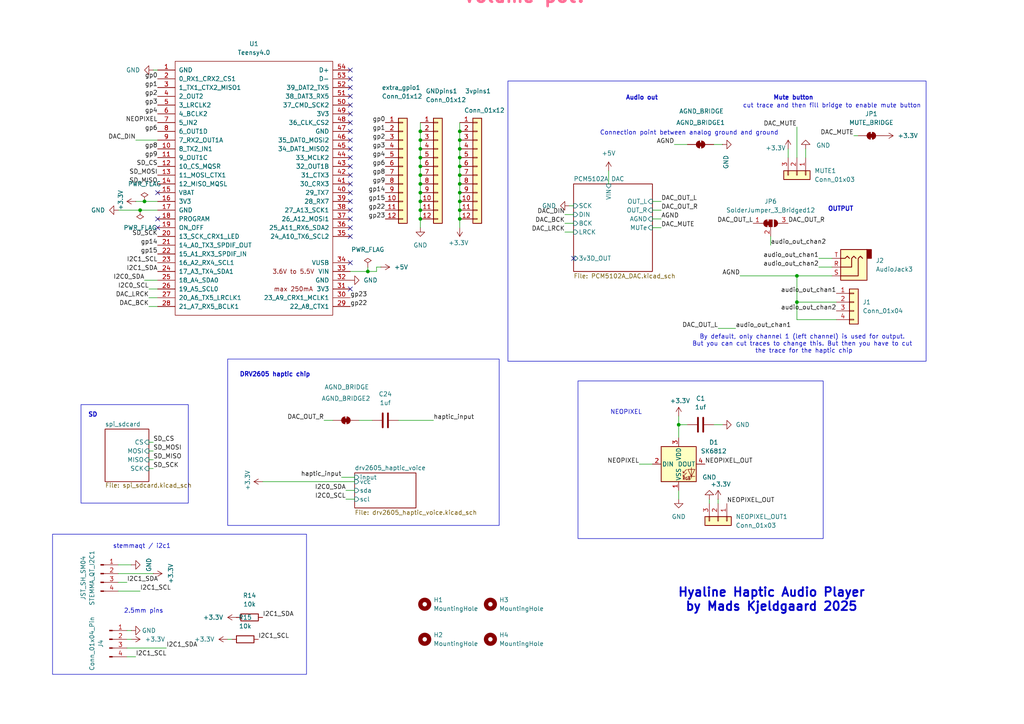
<source format=kicad_sch>
(kicad_sch (version 20231120) (generator "eeschema") (generator_version "8.0")
  (paper "A4")
  (lib_symbols
    (symbol "Connector:Conn_01x04_Pin" (pin_names (offset 1.016) hide)
      (property "Reference" "J" (at 0 5.08 0))
      (property "Value" "Conn_01x04_Pin" (at 0 -7.62 0))
      (symbol "Conn_01x04_Pin_1_1"
        (polyline (pts (xy 1.27 -5.08) (xy 0.8636 -5.08)) (stroke (width 0.1524)))
        (polyline (pts (xy 1.27 -2.54) (xy 0.8636 -2.54)) (stroke (width 0.1524)))
        (polyline (pts (xy 1.27 0) (xy 0.8636 0)) (stroke (width 0.1524)))
        (polyline (pts (xy 1.27 2.54) (xy 0.8636 2.54)) (stroke (width 0.1524)))
        (rectangle (start 0.8636 -4.953) (end 0 -5.207) (stroke (width 0.1524)) (fill (type outline)))
        (rectangle (start 0.8636 -2.413) (end 0 -2.667) (stroke (width 0.1524)) (fill (type outline)))
        (rectangle (start 0.8636 0.127) (end 0 -0.127) (stroke (width 0.1524)) (fill (type outline)))
        (rectangle (start 0.8636 2.667) (end 0 2.413) (stroke (width 0.1524)) (fill (type outline)))
        (pin passive line (at 5.08 2.54 180) (length 3.81) (name "Pin_1") (number "1"))
        (pin passive line (at 5.08 0 180) (length 3.81) (name "Pin_2") (number "2"))
        (pin passive line (at 5.08 -2.54 180) (length 3.81) (name "Pin_3") (number "3"))
        (pin passive line (at 5.08 -5.08 180) (length 3.81) (name "Pin_4") (number "4"))
      )
    )
    (symbol "Connector_Audio:AudioJack3"
      (property "Reference" "J" (at 0 8.89 0))
      (property "Value" "AudioJack3" (at 0 6.35 0))
      (symbol "AudioJack3_0_1"
        (rectangle (start -5.08 -5.08) (end -6.35 -2.54) (stroke (width 0.254)) (fill (type outline)))
        (polyline (pts (xy 0 -2.54) (xy 0.635 -3.175) (xy 1.27 -2.54) (xy 2.54 -2.54)) (stroke (width 0.254)))
        (polyline (pts (xy -1.905 -2.54) (xy -1.27 -3.175) (xy -0.635 -2.54) (xy -0.635 0) (xy 2.54 0)) (stroke (width 0.254)))
        (polyline (pts (xy 2.54 2.54) (xy -2.54 2.54) (xy -2.54 -2.54) (xy -3.175 -3.175) (xy -3.81 -2.54)) (stroke (width 0.254)))
        (rectangle (start 2.54 3.81) (end -5.08 -5.08) (stroke (width 0.254)) (fill (type background)))
      )
      (symbol "AudioJack3_1_1"
        (pin passive line (at 5.08 0 180) (length 2.54) (name "~") (number "R"))
        (pin passive line (at 5.08 2.54 180) (length 2.54) (name "~") (number "S"))
        (pin passive line (at 5.08 -2.54 180) (length 2.54) (name "~") (number "T"))
      )
    )
    (symbol "Connector_Generic:Conn_01x03" (pin_names (offset 1.016) hide)
      (property "Reference" "J" (at 0 5.08 0))
      (property "Value" "Conn_01x03" (at 0 -5.08 0))
      (symbol "Conn_01x03_1_1"
        (rectangle (start -1.27 -2.413) (end 0 -2.667) (stroke (width 0.1524)))
        (rectangle (start -1.27 0.127) (end 0 -0.127) (stroke (width 0.1524)))
        (rectangle (start -1.27 2.667) (end 0 2.413) (stroke (width 0.1524)))
        (rectangle (start -1.27 3.81) (end 1.27 -3.81) (stroke (width 0.254)) (fill (type background)))
        (pin passive line (at -5.08 2.54 0) (length 3.81) (name "Pin_1") (number "1"))
        (pin passive line (at -5.08 0 0) (length 3.81) (name "Pin_2") (number "2"))
        (pin passive line (at -5.08 -2.54 0) (length 3.81) (name "Pin_3") (number "3"))
      )
    )
    (symbol "Connector_Generic:Conn_01x12" (pin_names (offset 1.016) hide)
      (property "Reference" "J" (at 0 15.24 0))
      (property "Value" "Conn_01x12" (at 0 -17.78 0))
      (symbol "Conn_01x12_1_1"
        (rectangle (start -1.27 -15.113) (end 0 -15.367) (stroke (width 0.1524)))
        (rectangle (start -1.27 -12.573) (end 0 -12.827) (stroke (width 0.1524)))
        (rectangle (start -1.27 -10.033) (end 0 -10.287) (stroke (width 0.1524)))
        (rectangle (start -1.27 -7.493) (end 0 -7.747) (stroke (width 0.1524)))
        (rectangle (start -1.27 -4.953) (end 0 -5.207) (stroke (width 0.1524)))
        (rectangle (start -1.27 -2.413) (end 0 -2.667) (stroke (width 0.1524)))
        (rectangle (start -1.27 0.127) (end 0 -0.127) (stroke (width 0.1524)))
        (rectangle (start -1.27 2.667) (end 0 2.413) (stroke (width 0.1524)))
        (rectangle (start -1.27 5.207) (end 0 4.953) (stroke (width 0.1524)))
        (rectangle (start -1.27 7.747) (end 0 7.493) (stroke (width 0.1524)))
        (rectangle (start -1.27 10.287) (end 0 10.033) (stroke (width 0.1524)))
        (rectangle (start -1.27 12.827) (end 0 12.573) (stroke (width 0.1524)))
        (rectangle (start -1.27 13.97) (end 1.27 -16.51) (stroke (width 0.254)) (fill (type background)))
        (pin passive line (at -5.08 12.7 0) (length 3.81) (name "Pin_1") (number "1"))
        (pin passive line (at -5.08 -10.16 0) (length 3.81) (name "Pin_10") (number "10"))
        (pin passive line (at -5.08 -12.7 0) (length 3.81) (name "Pin_11") (number "11"))
        (pin passive line (at -5.08 -15.24 0) (length 3.81) (name "Pin_12") (number "12"))
        (pin passive line (at -5.08 10.16 0) (length 3.81) (name "Pin_2") (number "2"))
        (pin passive line (at -5.08 7.62 0) (length 3.81) (name "Pin_3") (number "3"))
        (pin passive line (at -5.08 5.08 0) (length 3.81) (name "Pin_4") (number "4"))
        (pin passive line (at -5.08 2.54 0) (length 3.81) (name "Pin_5") (number "5"))
        (pin passive line (at -5.08 0 0) (length 3.81) (name "Pin_6") (number "6"))
        (pin passive line (at -5.08 -2.54 0) (length 3.81) (name "Pin_7") (number "7"))
        (pin passive line (at -5.08 -5.08 0) (length 3.81) (name "Pin_8") (number "8"))
        (pin passive line (at -5.08 -7.62 0) (length 3.81) (name "Pin_9") (number "9"))
      )
    )
    (symbol "Device:C" (pin_numbers hide) (pin_names (offset 0.254))
      (property "Reference" "C" (at 0.635 2.54 0))
      (property "Value" "C" (at 0.635 -2.54 0))
      (symbol "C_0_1"
        (polyline (pts (xy -2.032 -0.762) (xy 2.032 -0.762)) (stroke (width 0.508)))
        (polyline (pts (xy -2.032 0.762) (xy 2.032 0.762)) (stroke (width 0.508)))
      )
      (symbol "C_1_1"
        (pin passive line (at 0 3.81 270) (length 2.794) (name "~") (number "1"))
        (pin passive line (at 0 -3.81 90) (length 2.794) (name "~") (number "2"))
      )
    )
    (symbol "Device:R" (pin_numbers hide) (pin_names (offset 0))
      (property "Reference" "R" (at 2.032 0 90))
      (property "Value" "R" (at 0 0 90))
      (symbol "R_0_1"
        (rectangle (start -1.016 -2.54) (end 1.016 2.54) (stroke (width 0.254)))
      )
      (symbol "R_1_1"
        (pin passive line (at 0 3.81 270) (length 1.27) (name "~") (number "1"))
        (pin passive line (at 0 -3.81 90) (length 1.27) (name "~") (number "2"))
      )
    )
    (symbol "Jumper:SolderJumper_2_Bridged" (pin_numbers hide) (pin_names (offset 0) hide) (exclude_from_sim yes) (in_bom no)
      (property "Reference" "JP" (at 0 2.032 0))
      (property "Value" "SolderJumper_2_Bridged" (at 0 -2.54 0))
      (symbol "SolderJumper_2_Bridged_0_1"
        (rectangle (start -0.508 0.508) (end 0.508 -0.508) (fill (type outline)))
        (arc (start -0.254 1.016) (mid -1.2656 0) (end -0.254 -1.016))
        (arc (start -0.254 1.016) (mid -1.2656 0) (end -0.254 -1.016) (fill (type outline)))
        (polyline (pts (xy -0.254 1.016) (xy -0.254 -1.016)))
        (polyline (pts (xy 0.254 1.016) (xy 0.254 -1.016)))
        (arc (start 0.254 -1.016) (mid 1.2656 0) (end 0.254 1.016))
        (arc (start 0.254 -1.016) (mid 1.2656 0) (end 0.254 1.016) (fill (type outline)))
      )
      (symbol "SolderJumper_2_Bridged_1_1"
        (pin passive line (at -3.81 0 0) (length 2.54) (name "A") (number "1"))
        (pin passive line (at 3.81 0 180) (length 2.54) (name "B") (number "2"))
      )
    )
    (symbol "Jumper:SolderJumper_3_Bridged12" (pin_names (offset 0) hide) (exclude_from_sim yes) (in_bom no)
      (property "Reference" "JP" (at -2.54 -2.54 0))
      (property "Value" "SolderJumper_3_Bridged12" (at 0 2.794 0))
      (symbol "SolderJumper_3_Bridged12_0_1"
        (rectangle (start -1.016 0.508) (end -0.508 -0.508) (fill (type outline)))
        (arc (start -1.016 1.016) (mid -2.0276 0) (end -1.016 -1.016))
        (arc (start -1.016 1.016) (mid -2.0276 0) (end -1.016 -1.016) (fill (type outline)))
        (rectangle (start -0.508 1.016) (end 0.508 -1.016) (fill (type outline)))
        (polyline (pts (xy -2.54 0) (xy -2.032 0)))
        (polyline (pts (xy -1.016 1.016) (xy -1.016 -1.016)))
        (polyline (pts (xy 0 -1.27) (xy 0 -1.016)))
        (polyline (pts (xy 1.016 1.016) (xy 1.016 -1.016)))
        (polyline (pts (xy 2.54 0) (xy 2.032 0)))
        (arc (start 1.016 -1.016) (mid 2.0276 0) (end 1.016 1.016))
        (arc (start 1.016 -1.016) (mid 2.0276 0) (end 1.016 1.016) (fill (type outline)))
      )
      (symbol "SolderJumper_3_Bridged12_1_1"
        (pin passive line (at -5.08 0 0) (length 2.54) (name "A") (number "1"))
        (pin passive line (at 0 -3.81 90) (length 2.54) (name "C") (number "2"))
        (pin passive line (at 5.08 0 180) (length 2.54) (name "B") (number "3"))
      )
    )
    (symbol "LED:SK6812" (pin_names (offset 0.254))
      (property "Reference" "D" (at 5.08 5.715 0))
      (property "Value" "SK6812" (at 1.27 -5.715 0))
      (symbol "SK6812_0_0"
        (text "RGB" (at 2.286 -4.191 0) (effects (font (size 0.762 0.762))))
      )
      (symbol "SK6812_0_1"
        (polyline (pts (xy 1.27 -3.556) (xy 1.778 -3.556)))
        (polyline (pts (xy 1.27 -2.54) (xy 1.778 -2.54)))
        (polyline (pts (xy 4.699 -3.556) (xy 2.667 -3.556)))
        (polyline (pts (xy 2.286 -2.54) (xy 1.27 -3.556) (xy 1.27 -3.048)))
        (polyline (pts (xy 2.286 -1.524) (xy 1.27 -2.54) (xy 1.27 -2.032)))
        (polyline (pts (xy 3.683 -1.016) (xy 3.683 -3.556) (xy 3.683 -4.064)))
        (polyline (pts (xy 4.699 -1.524) (xy 2.667 -1.524) (xy 3.683 -3.556) (xy 4.699 -1.524)))
        (rectangle (start 5.08 5.08) (end -5.08 -5.08) (stroke (width 0.254)) (fill (type background)))
      )
      (symbol "SK6812_1_1"
        (pin power_in line (at 0 -7.62 90) (length 2.54) (name "VSS") (number "1"))
        (pin input line (at -7.62 0 0) (length 2.54) (name "DIN") (number "2"))
        (pin power_in line (at 0 7.62 270) (length 2.54) (name "VDD") (number "3"))
        (pin output line (at 7.62 0 180) (length 2.54) (name "DOUT") (number "4"))
      )
    )
    (symbol "Mechanical:MountingHole" (pin_names (offset 1.016)) (exclude_from_sim yes) (in_bom no)
      (property "Reference" "H" (at 0 5.08 0))
      (property "Value" "MountingHole" (at 0 3.175 0))
      (symbol "MountingHole_0_1"
        (circle (center 0 0) (radius 1.27) (stroke (width 1.27)))
      )
    )
    (symbol "PCM_4ms_Connector:Conn_01x03" (pin_names (offset 1.016) hide)
      (property "Reference" "J" (at 0 5.08 0))
      (property "Value" "Conn_01x03" (at 0 -5.08 0))
      (symbol "Conn_01x03_1_1"
        (rectangle (start -1.27 -2.413) (end 0 -2.667) (stroke (width 0.1524)))
        (rectangle (start -1.27 0.127) (end 0 -0.127) (stroke (width 0.1524)))
        (rectangle (start -1.27 2.667) (end 0 2.413) (stroke (width 0.1524)))
        (rectangle (start -1.27 3.81) (end 1.27 -3.81) (stroke (width 0.254)) (fill (type background)))
        (pin passive line (at -5.08 2.54 0) (length 3.81) (name "Pin_1") (number "1"))
        (pin passive line (at -5.08 0 0) (length 3.81) (name "Pin_2") (number "2"))
        (pin passive line (at -5.08 -2.54 0) (length 3.81) (name "Pin_3") (number "3"))
      )
    )
    (symbol "PCM_4ms_Connector:Conn_01x04" (pin_names (offset 1.016) hide)
      (property "Reference" "J" (at 0 5.08 0))
      (property "Value" "Conn_01x04" (at 0 -7.62 0))
      (symbol "Conn_01x04_1_1"
        (rectangle (start -1.27 -4.953) (end 0 -5.207) (stroke (width 0.1524)))
        (rectangle (start -1.27 -2.413) (end 0 -2.667) (stroke (width 0.1524)))
        (rectangle (start -1.27 0.127) (end 0 -0.127) (stroke (width 0.1524)))
        (rectangle (start -1.27 2.667) (end 0 2.413) (stroke (width 0.1524)))
        (rectangle (start -1.27 3.81) (end 1.27 -6.35) (stroke (width 0.254)) (fill (type background)))
        (pin passive line (at -5.08 2.54 0) (length 3.81) (name "Pin_1") (number "1"))
        (pin passive line (at -5.08 0 0) (length 3.81) (name "Pin_2") (number "2"))
        (pin passive line (at -5.08 -2.54 0) (length 3.81) (name "Pin_3") (number "3"))
        (pin passive line (at -5.08 -5.08 0) (length 3.81) (name "Pin_4") (number "4"))
      )
    )
    (symbol "power:+3.3V" (power) (pin_numbers hide) (pin_names (offset 0) hide)
      (property "Value" "+3.3V" (at 0 3.556 0))
      (symbol "+3.3V_0_1"
        (polyline (pts (xy -0.762 1.27) (xy 0 2.54)))
        (polyline (pts (xy 0 0) (xy 0 2.54)))
        (polyline (pts (xy 0 2.54) (xy 0.762 1.27)))
      )
      (symbol "+3.3V_1_1"
        (pin power_in line (at 0 0 90) (length 0) (name "~") (number "1"))
      )
    )
    (symbol "power:+5V" (power) (pin_numbers hide) (pin_names (offset 0) hide)
      (property "Value" "+5V" (at 0 3.556 0))
      (symbol "+5V_0_1"
        (polyline (pts (xy -0.762 1.27) (xy 0 2.54)))
        (polyline (pts (xy 0 0) (xy 0 2.54)))
        (polyline (pts (xy 0 2.54) (xy 0.762 1.27)))
      )
      (symbol "+5V_1_1"
        (pin power_in line (at 0 0 90) (length 0) (name "~") (number "1"))
      )
    )
    (symbol "power:GND" (power) (pin_numbers hide) (pin_names (offset 0) hide)
      (property "Value" "GND" (at 0 -3.81 0))
      (symbol "GND_0_1"
        (polyline (pts (xy 0 0) (xy 0 -1.27) (xy 1.27 -1.27) (xy 0 -2.54) (xy -1.27 -1.27) (xy 0 -1.27)))
      )
      (symbol "GND_1_1"
        (pin power_in line (at 0 0 270) (length 0) (name "~") (number "1"))
      )
    )
    (symbol "power:PWR_FLAG" (power) (pin_numbers hide) (pin_names (offset 0) hide)
      (property "Value" "PWR_FLAG" (at 0 3.81 0))
      (symbol "PWR_FLAG_0_0"
        (pin power_out line (at 0 0 90) (length 0) (name "~") (number "1"))
      )
      (symbol "PWR_FLAG_0_1"
        (polyline (pts (xy 0 0) (xy 0 1.27) (xy -1.016 1.905) (xy 0 2.54) (xy 1.016 1.905) (xy 0 1.27)))
      )
    )
    (symbol "teensy:Teensy4.0" (pin_names (offset 1.016))
      (property "Reference" "U" (at 0 39.37 0))
      (property "Value" "Teensy4.0" (at 0 -39.37 0))
      (symbol "Teensy4.0_0_0"
        (text "3.6V to 5.5V" (at 11.43 -24.13 0) (effects (font (size 1.27 1.27))))
        (text "max 250mA" (at 11.43 -29.21 0) (effects (font (size 1.27 1.27))))
        (pin bidirectional line (at -27.94 11.43 0) (length 5.08) (name "8_TX2_IN1") (number "10"))
        (pin bidirectional line (at -27.94 8.89 0) (length 5.08) (name "9_OUT1C") (number "11"))
        (pin bidirectional line (at -27.94 6.35 0) (length 5.08) (name "10_CS_MQSR") (number "12"))
        (pin bidirectional line (at -27.94 3.81 0) (length 5.08) (name "11_MOSI_CTX1") (number "13"))
        (pin bidirectional line (at -27.94 1.27 0) (length 5.08) (name "12_MISO_MQSL") (number "14"))
        (pin power_in line (at -27.94 -1.27 0) (length 5.08) (name "VBAT") (number "15"))
        (pin power_in line (at -27.94 -3.81 0) (length 5.08) (name "3V3") (number "16"))
        (pin power_in line (at -27.94 -6.35 0) (length 5.08) (name "GND") (number "17"))
        (pin input line (at -27.94 -8.89 0) (length 5.08) (name "PROGRAM") (number "18"))
        (pin input line (at -27.94 -11.43 0) (length 5.08) (name "ON_OFF") (number "19"))
        (pin bidirectional line (at -27.94 -13.97 0) (length 5.08) (name "13_SCK_CRX1_LED") (number "20"))
        (pin bidirectional line (at -27.94 -16.51 0) (length 5.08) (name "14_A0_TX3_SPDIF_OUT") (number "21"))
        (pin bidirectional line (at -27.94 -19.05 0) (length 5.08) (name "15_A1_RX3_SPDIF_IN") (number "22"))
        (pin bidirectional line (at -27.94 -21.59 0) (length 5.08) (name "16_A2_RX4_SCL1") (number "23"))
        (pin bidirectional line (at -27.94 -24.13 0) (length 5.08) (name "17_A3_TX4_SDA1") (number "24"))
        (pin bidirectional line (at -27.94 -26.67 0) (length 5.08) (name "18_A4_SDA0") (number "25"))
        (pin bidirectional line (at -27.94 -29.21 0) (length 5.08) (name "19_A5_SCL0") (number "26"))
        (pin bidirectional line (at -27.94 -31.75 0) (length 5.08) (name "20_A6_TX5_LRCLK1") (number "27"))
        (pin bidirectional line (at -27.94 -34.29 0) (length 5.08) (name "21_A7_RX5_BCLK1") (number "28"))
        (pin bidirectional line (at 27.94 -34.29 180) (length 5.08) (name "22_A8_CTX1") (number "29"))
        (pin bidirectional line (at 27.94 -31.75 180) (length 5.08) (name "23_A9_CRX1_MCLK1") (number "30"))
        (pin power_out line (at 27.94 -29.21 180) (length 5.08) (name "3V3") (number "31"))
        (pin power_in line (at 27.94 -26.67 180) (length 5.08) (name "GND") (number "32"))
        (pin power_in line (at 27.94 -24.13 180) (length 5.08) (name "VIN") (number "33"))
        (pin power_out line (at 27.94 -21.59 180) (length 5.08) (name "VUSB") (number "34"))
        (pin bidirectional line (at 27.94 -13.97 180) (length 5.08) (name "24_A10_TX6_SCL2") (number "35"))
        (pin bidirectional line (at 27.94 -11.43 180) (length 5.08) (name "25_A11_RX6_SDA2") (number "36"))
        (pin bidirectional line (at 27.94 -8.89 180) (length 5.08) (name "26_A12_MOSI1") (number "37"))
        (pin bidirectional line (at 27.94 -6.35 180) (length 5.08) (name "27_A13_SCK1") (number "38"))
        (pin bidirectional line (at 27.94 -3.81 180) (length 5.08) (name "28_RX7") (number "39"))
        (pin bidirectional line (at 27.94 -1.27 180) (length 5.08) (name "29_TX7") (number "40"))
        (pin bidirectional line (at 27.94 1.27 180) (length 5.08) (name "30_CRX3") (number "41"))
        (pin bidirectional line (at 27.94 3.81 180) (length 5.08) (name "31_CTX3") (number "42"))
        (pin bidirectional line (at 27.94 6.35 180) (length 5.08) (name "32_OUT1B") (number "43"))
        (pin bidirectional line (at 27.94 8.89 180) (length 5.08) (name "33_MCLK2") (number "44"))
        (pin bidirectional line (at 27.94 11.43 180) (length 5.08) (name "34_DAT1_MISO2") (number "45"))
        (pin bidirectional line (at 27.94 13.97 180) (length 5.08) (name "35_DAT0_MOSI2") (number "46"))
        (pin power_out line (at 27.94 16.51 180) (length 5.08) (name "GND") (number "47"))
        (pin bidirectional line (at 27.94 19.05 180) (length 5.08) (name "36_CLK_CS2") (number "48"))
        (pin power_out line (at 27.94 21.59 180) (length 5.08) (name "3V3") (number "49"))
        (pin bidirectional line (at -27.94 24.13 0) (length 5.08) (name "3_LRCLK2") (number "5"))
        (pin bidirectional line (at 27.94 24.13 180) (length 5.08) (name "37_CMD_SCK2") (number "50"))
        (pin bidirectional line (at 27.94 26.67 180) (length 5.08) (name "38_DAT3_RX5") (number "51"))
        (pin bidirectional line (at 27.94 29.21 180) (length 5.08) (name "39_DAT2_TX5") (number "52"))
        (pin bidirectional line (at 27.94 31.75 180) (length 5.08) (name "D-") (number "53"))
        (pin bidirectional line (at 27.94 34.29 180) (length 5.08) (name "D+") (number "54"))
        (pin bidirectional line (at -27.94 21.59 0) (length 5.08) (name "4_BCLK2") (number "6"))
        (pin bidirectional line (at -27.94 19.05 0) (length 5.08) (name "5_IN2") (number "7"))
        (pin bidirectional line (at -27.94 16.51 0) (length 5.08) (name "6_OUT1D") (number "8"))
        (pin bidirectional line (at -27.94 13.97 0) (length 5.08) (name "7_RX2_OUT1A") (number "9"))
      )
      (symbol "Teensy4.0_0_1"
        (rectangle (start -22.86 36.83) (end 22.86 -36.83))
        (rectangle (start -20.32 -31.75) (end -20.32 -31.75))
      )
      (symbol "Teensy4.0_1_1"
        (pin power_in line (at -27.94 34.29 0) (length 5.08) (name "GND") (number "1"))
        (pin bidirectional line (at -27.94 31.75 0) (length 5.08) (name "0_RX1_CRX2_CS1") (number "2"))
        (pin bidirectional line (at -27.94 29.21 0) (length 5.08) (name "1_TX1_CTX2_MISO1") (number "3"))
        (pin bidirectional line (at -27.94 26.67 0) (length 5.08) (name "2_OUT2") (number "4"))
      )
    )
  )
  (junction (at 231.14 80.01))
  (junction (at 121.92 40.64))
  (junction (at 133.35 63.5))
  (junction (at 231.14 87.63))
  (junction (at 106.68 78.74))
  (junction (at 133.35 38.1))
  (junction (at 133.35 45.72))
  (junction (at 133.35 43.18))
  (junction (at 121.92 53.34))
  (junction (at 121.92 45.72))
  (junction (at 41.91 58.42))
  (junction (at 121.92 55.88))
  (junction (at 121.92 43.18))
  (junction (at 133.35 58.42))
  (junction (at 121.92 38.1))
  (junction (at 133.35 50.8))
  (junction (at 40.64 60.96))
  (junction (at 133.35 60.96))
  (junction (at 133.35 55.88))
  (junction (at 133.35 40.64))
  (junction (at 121.92 48.26))
  (junction (at 133.35 48.26))
  (junction (at 121.92 58.42))
  (junction (at 196.85 123.19))
  (junction (at 121.92 63.5))
  (junction (at 133.35 53.34))
  (junction (at 121.92 60.96))
  (junction (at 121.92 50.8))
  (no_connect (at 101.6 53.34))
  (no_connect (at 101.6 43.18))
  (no_connect (at 101.6 50.8))
  (no_connect (at 101.6 66.04))
  (no_connect (at 101.6 20.32))
  (no_connect (at 101.6 40.64))
  (no_connect (at 45.72 55.88))
  (no_connect (at 45.72 63.5))
  (no_connect (at 101.6 25.4))
  (no_connect (at 101.6 30.48))
  (no_connect (at 101.6 58.42))
  (no_connect (at 101.6 33.02))
  (no_connect (at 101.6 60.96))
  (no_connect (at 166.37 74.93))
  (no_connect (at 101.6 22.86))
  (no_connect (at 101.6 35.56))
  (no_connect (at 101.6 76.2))
  (no_connect (at 45.72 66.04))
  (no_connect (at 101.6 48.26))
  (no_connect (at 101.6 63.5))
  (no_connect (at 101.6 38.1))
  (no_connect (at 101.6 55.88))
  (no_connect (at 101.6 68.58))
  (no_connect (at 101.6 45.72))
  (no_connect (at 101.6 83.82))
  (no_connect (at 101.6 27.94))
  (wire (pts (xy 228.6 45.72) (xy 228.6 43.18)))
  (wire (pts (xy 133.35 35.56) (xy 133.35 38.1)))
  (wire (pts (xy 133.35 40.64) (xy 133.35 43.18)))
  (wire (pts (xy 231.14 80.01) (xy 241.3 80.01)))
  (wire (pts (xy 191.77 66.04) (xy 189.23 66.04)))
  (wire (pts (xy 195.58 41.91) (xy 199.39 41.91)))
  (wire (pts (xy 121.92 60.96) (xy 121.92 63.5)))
  (wire (pts (xy 166.37 67.31) (xy 163.83 67.31)))
  (wire (pts (xy 191.77 58.42) (xy 189.23 58.42)))
  (wire (pts (xy 36.83 168.91) (xy 34.29 168.91)))
  (wire (pts (xy 44.45 20.32) (xy 45.72 20.32)))
  (wire (pts (xy 133.35 48.26) (xy 133.35 50.8)))
  (wire (pts (xy 196.85 120.65) (xy 196.85 123.19)))
  (wire (pts (xy 185.42 134.62) (xy 189.23 134.62)))
  (wire (pts (xy 43.18 130.81) (xy 44.45 130.81)))
  (wire (pts (xy 207.01 123.19) (xy 209.55 123.19)))
  (wire (pts (xy 104.14 121.92) (xy 107.95 121.92)))
  (wire (pts (xy 43.18 135.89) (xy 44.45 135.89)))
  (wire (pts (xy 121.92 38.1) (xy 121.92 40.64)))
  (wire (pts (xy 191.77 60.96) (xy 189.23 60.96)))
  (wire (pts (xy 176.53 53.34) (xy 176.53 49.53)))
  (wire (pts (xy 43.18 83.82) (xy 45.72 83.82)))
  (wire (pts (xy 110.49 77.47) (xy 109.22 77.47)))
  (wire (pts (xy 208.28 95.25) (xy 213.36 95.25)))
  (wire (pts (xy 121.92 66.04) (xy 121.92 63.5)))
  (wire (pts (xy 231.14 80.01) (xy 231.14 87.63)))
  (wire (pts (xy 196.85 142.24) (xy 196.85 144.78)))
  (wire (pts (xy 99.06 138.43) (xy 102.87 138.43)))
  (wire (pts (xy 133.35 38.1) (xy 133.35 40.64)))
  (wire (pts (xy 38.1 182.88) (xy 36.83 182.88)))
  (wire (pts (xy 38.1 163.83) (xy 34.29 163.83)))
  (wire (pts (xy 207.01 41.91) (xy 209.55 41.91)))
  (wire (pts (xy 48.26 187.96) (xy 36.83 187.96)))
  (wire (pts (xy 121.92 58.42) (xy 121.92 60.96)))
  (wire (pts (xy 133.35 43.18) (xy 133.35 45.72)))
  (wire (pts (xy 223.52 71.12) (xy 223.52 68.58)))
  (wire (pts (xy 166.37 64.77) (xy 163.83 64.77)))
  (wire (pts (xy 237.49 74.93) (xy 241.3 74.93)))
  (wire (pts (xy 106.68 77.47) (xy 106.68 78.74)))
  (wire (pts (xy 205.74 144.78) (xy 205.74 146.05)))
  (wire (pts (xy 76.2 139.7) (xy 102.87 139.7)))
  (wire (pts (xy 39.37 58.42) (xy 41.91 58.42)))
  (wire (pts (xy 133.35 66.04) (xy 133.35 63.5)))
  (wire (pts (xy 196.85 123.19) (xy 196.85 127)))
  (wire (pts (xy 133.35 53.34) (xy 133.35 55.88)))
  (wire (pts (xy 121.92 55.88) (xy 121.92 58.42)))
  (wire (pts (xy 39.37 40.64) (xy 45.72 40.64)))
  (wire (pts (xy 100.33 142.24) (xy 102.87 142.24)))
  (wire (pts (xy 237.49 77.47) (xy 241.3 77.47)))
  (wire (pts (xy 133.35 45.72) (xy 133.35 48.26)))
  (wire (pts (xy 133.35 55.88) (xy 133.35 58.42)))
  (wire (pts (xy 231.14 92.71) (xy 242.57 92.71)))
  (wire (pts (xy 231.14 87.63) (xy 242.57 87.63)))
  (wire (pts (xy 121.92 48.26) (xy 121.92 50.8)))
  (wire (pts (xy 93.98 121.92) (xy 96.52 121.92)))
  (wire (pts (xy 44.45 166.37) (xy 34.29 166.37)))
  (wire (pts (xy 100.33 144.78) (xy 102.87 144.78)))
  (wire (pts (xy 66.04 185.42) (xy 67.31 185.42)))
  (wire (pts (xy 41.91 81.28) (xy 45.72 81.28)))
  (wire (pts (xy 43.18 88.9) (xy 45.72 88.9)))
  (wire (pts (xy 191.77 63.5) (xy 189.23 63.5)))
  (wire (pts (xy 231.14 36.83) (xy 231.14 45.72)))
  (wire (pts (xy 247.65 39.37) (xy 248.92 39.37)))
  (wire (pts (xy 166.37 62.23) (xy 163.83 62.23)))
  (wire (pts (xy 115.57 121.92) (xy 125.73 121.92)))
  (wire (pts (xy 121.92 40.64) (xy 121.92 43.18)))
  (wire (pts (xy 43.18 133.35) (xy 44.45 133.35)))
  (wire (pts (xy 41.91 58.42) (xy 45.72 58.42)))
  (wire (pts (xy 43.18 128.27) (xy 44.45 128.27)))
  (wire (pts (xy 231.14 87.63) (xy 231.14 92.71)))
  (wire (pts (xy 166.37 59.69) (xy 165.1 59.69)))
  (wire (pts (xy 40.64 60.96) (xy 45.72 60.96)))
  (wire (pts (xy 106.68 78.74) (xy 101.6 78.74)))
  (wire (pts (xy 121.92 50.8) (xy 121.92 53.34)))
  (wire (pts (xy 109.22 78.74) (xy 106.68 78.74)))
  (wire (pts (xy 233.68 45.72) (xy 233.68 43.18)))
  (wire (pts (xy 109.22 77.47) (xy 109.22 78.74)))
  (wire (pts (xy 133.35 60.96) (xy 133.35 63.5)))
  (wire (pts (xy 121.92 35.56) (xy 121.92 38.1)))
  (wire (pts (xy 208.28 144.78) (xy 208.28 146.05)))
  (wire (pts (xy 43.18 86.36) (xy 45.72 86.36)))
  (wire (pts (xy 39.37 190.5) (xy 36.83 190.5)))
  (wire (pts (xy 121.92 53.34) (xy 121.92 55.88)))
  (wire (pts (xy 38.1 185.42) (xy 36.83 185.42)))
  (wire (pts (xy 40.64 171.45) (xy 34.29 171.45)))
  (wire (pts (xy 196.85 123.19) (xy 199.39 123.19)))
  (wire (pts (xy 121.92 45.72) (xy 121.92 48.26)))
  (wire (pts (xy 133.35 50.8) (xy 133.35 53.34)))
  (wire (pts (xy 133.35 58.42) (xy 133.35 60.96)))
  (wire (pts (xy 121.92 43.18) (xy 121.92 45.72)))
  (wire (pts (xy 214.63 80.01) (xy 231.14 80.01)))
  (wire (pts (xy 34.29 60.96) (xy 40.64 60.96)))
  (rectangle (start 167.64 110.49) (end 238.76 156.21))
  (rectangle (start 23.495 117.348) (end 54.61 145.923))
  (rectangle (start 147.32 23.495) (end 268.605 104.775))
  (rectangle (start 15.24 154.94) (end 88.9 195.58))
  (rectangle (start 66.04 104.14) (end 144.78 152.4))
  (text "Connection point between analog ground and ground" (at 199.898 38.608 0) (effects (font (size 1.27 1.27))))
  (text "TODO:\n- Buttons / UI? \n- Volume pot?" (at 148.59 -7.112 0) (effects (font (size 3.81 3.81) (thickness 0.762) (bold yes))))
  (text "Audio out" (at 186.182 28.448 0) (effects (font (size 1.27 1.27) (thickness 0.254) (bold yes))))
  (text "By default, only channel 1 (left channel) is used for output. \nBut you can cut traces to change this. But then you have to cut \nthe trace for the haptic chip" (at 233.172 99.822 0) (effects (font (size 1.27 1.27))))
  (text "OUTPUT" (at 243.84 60.706 0) (effects (font (size 1.27 1.27) (thickness 0.254) (bold yes))))
  (text "cut trace and then fill bridge to enable mute button" (at 241.3 30.734 0) (effects (font (size 1.27 1.27))))
  (text "Mute button" (at 230.124 28.448 0) (effects (font (size 1.27 1.27) (thickness 0.254) (bold yes))))
  (text "NEOPIXEL" (at 181.61 119.634 0) (effects (font (size 1.27 1.27))))
  (text "2.5mm pins\n" (at 41.656 177.292 0) (effects (font (size 1.27 1.27))))
  (text "SD" (at 26.924 120.396 0) (effects (font (size 1.27 1.27) (thickness 0.254) (bold yes))))
  (text "stemmaqt / i2c1\n" (at 41.148 158.496 0) (effects (font (size 1.27 1.27))))
  (text "DRV2605 haptic chip" (at 79.756 108.712 0) (effects (font (size 1.27 1.27) (thickness 0.254) (bold yes))))
  (text "Hyaline Haptic Audio Player\nby Mads Kjeldgaard 2025" (at 223.774 173.99 0) (effects (font (size 2.54 2.54) (thickness 0.508) (bold yes))))
  (label "AGND" (at 191.77 63.5 0))
  (label "haptic_input" (at 99.06 138.43 180))
  (label "I2C1_SDA" (at 36.83 168.91 0))
  (label "gp23" (at 101.6 86.36 0))
  (label "I2C1_SCL" (at 74.93 185.42 0))
  (label "I2C1_SCL" (at 40.64 171.45 0))
  (label "NEOPIXEL" (at 185.42 134.62 180))
  (label "I2C0_SCL" (at 43.18 83.82 180))
  (label "DAC_DIN" (at 163.83 62.23 180))
  (label "AGND" (at 195.58 41.91 180))
  (label "DAC_BCK" (at 163.83 64.77 180))
  (label "gp2" (at 45.72 27.94 180))
  (label "gp22" (at 101.6 88.9 0))
  (label "gp6" (at 45.72 38.1 180))
  (label "audio_out_chan1" (at 237.49 74.93 180))
  (label "gp1" (at 45.72 25.4 180))
  (label "DAC_LRCK" (at 163.83 67.31 180))
  (label "gp23" (at 111.76 63.5 180))
  (label "haptic_input" (at 125.73 121.92 0))
  (label "DAC_OUT_R" (at 93.98 121.92 180))
  (label "SD_CS" (at 45.72 48.26 180))
  (label "AGND" (at 214.63 80.01 180))
  (label "audio_out_chan2" (at 237.49 77.47 180))
  (label "gp15" (at 111.76 58.42 180))
  (label "gp14" (at 45.72 71.12 180))
  (label "SD_MOSI" (at 44.45 130.81 0))
  (label "gp9" (at 45.72 45.72 180))
  (label "audio_out_chan2" (at 223.52 71.12 0))
  (label "SD_CS" (at 44.45 128.27 0))
  (label "gp9" (at 111.76 53.34 180))
  (label "gp4" (at 111.76 45.72 180))
  (label "gp3" (at 111.76 43.18 180))
  (label "gp15" (at 45.72 73.66 180))
  (label "gp0" (at 111.76 35.56 180))
  (label "SD_MISO" (at 44.45 133.35 0))
  (label "SD_SCK" (at 45.72 68.58 180))
  (label "DAC_MUTE" (at 231.14 36.83 180))
  (label "DAC_OUT_L" (at 218.44 64.77 180))
  (label "I2C1_SCL" (at 39.37 190.5 0))
  (label "gp2" (at 111.76 40.64 180))
  (label "gp8" (at 45.72 43.18 180))
  (label "gp0" (at 45.72 22.86 180))
  (label "gp1" (at 111.76 38.1 180))
  (label "gp8" (at 111.76 50.8 180))
  (label "DAC_BCK" (at 43.18 88.9 180))
  (label "gp14" (at 111.76 55.88 180))
  (label "DAC_OUT_L" (at 191.77 58.42 0))
  (label "NEOPIXEL_OUT" (at 210.82 146.05 0))
  (label "SD_MOSI" (at 45.72 50.8 180))
  (label "audio_out_chan1" (at 213.36 95.25 0))
  (label "gp3" (at 45.72 30.48 180))
  (label "NEOPIXEL" (at 45.72 35.56 180))
  (label "gp22" (at 111.76 60.96 180))
  (label "I2C1_SDA" (at 45.72 78.74 180))
  (label "I2C0_SDA" (at 41.91 81.28 180))
  (label "SD_SCK" (at 44.45 135.89 0))
  (label "NEOPIXEL_OUT" (at 204.47 134.62 0))
  (label "I2C0_SDA" (at 100.33 142.24 180))
  (label "DAC_MUTE" (at 247.65 39.37 180))
  (label "DAC_OUT_R" (at 191.77 60.96 0))
  (label "I2C0_SCL" (at 100.33 144.78 180))
  (label "SD_MISO" (at 45.72 53.34 180))
  (label "DAC_DIN" (at 39.37 40.64 180))
  (label "DAC_OUT_R" (at 228.6 64.77 0))
  (label "gp6" (at 111.76 48.26 180))
  (label "DAC_OUT_L" (at 208.28 95.25 180))
  (label "audio_out_chan1" (at 242.57 85.09 180))
  (label "I2C1_SDA" (at 48.26 187.96 0))
  (label "DAC_LRCK" (at 43.18 86.36 180))
  (label "I2C1_SCL" (at 45.72 76.2 180))
  (label "DAC_MUTE" (at 191.77 66.04 0))
  (label "gp4" (at 45.72 33.02 180))
  (label "I2C1_SDA" (at 76.2 179.07 0))
  (label "audio_out_chan2" (at 242.57 90.17 180))
  (symbol (lib_id "power:PWR_FLAG") (at 41.91 58.42 0) (unit 1)
    (property "Reference" "#FLG02" (effects (hide yes)))
    (property "Value" "PWR_FLAG" (at 41.91 53.34 0))
    (property "Description" "Special symbol for telling ERC where power comes from" (effects (hide yes)))
  )
  (symbol (lib_id "Jumper:SolderJumper_2_Bridged") (at 252.73 39.37 0) (unit 1) (exclude_from_sim yes) (in_bom no)
    (property "Reference" "JP1" (at 252.73 33.02 0))
    (property "Value" "MUTE_BRIDGE" (at 252.73 35.56 0))
    (property "Footprint" "Jumper:SolderJumper-2_P1.3mm_Bridged_Pad1.0x1.5mm" (effects (hide yes)))
    (property "Description" "Solder Jumper, 2-pole, closed/bridged" (effects (hide yes)))
  )
  (symbol (lib_id "power:GND") (at 101.6 81.28 90) (unit 1)
    (property "Reference" "#PWR029" (effects (hide yes)))
    (property "Value" "GND" (at 105.41 81.2799 90) (effects (justify right)))
    (property "Description" "Power symbol creates a global label with name \"GND\" , ground" (effects (hide yes)))
  )
  (symbol (lib_id "Jumper:SolderJumper_2_Bridged") (at 100.33 121.92 0) (unit 1) (exclude_from_sim yes) (in_bom no)
    (property "Reference" "AGND_BRIDGE2" (at 100.33 115.57 0))
    (property "Value" "AGND_BRIDGE" (at 100.584 112.268 0))
    (property "Footprint" "Jumper:SolderJumper-2_P1.3mm_Bridged_Pad1.0x1.5mm" (effects (hide yes)))
    (property "Description" "Solder Jumper, 2-pole, closed/bridged" (effects (hide yes)))
  )
  (symbol (lib_id "Connector_Generic:Conn_01x12") (at 138.43 48.26 0) (unit 1)
    (property "Reference" "3vpins1" (at 134.874 26.416 0) (effects (justify left)))
    (property "Value" "Conn_01x12" (at 134.62 32.004 0) (effects (justify left)))
    (property "Footprint" "Connector_PinSocket_2.54mm:PinSocket_1x12_P2.54mm_Vertical" (effects (hide yes)))
    (property "Description" "Generic connector, single row, 01x12, script generated (kicad-library-utils/schlib/autogen/connector/)" (effects (hide yes)))
  )
  (symbol (lib_id "power:+3.3V") (at 228.6 43.18 0) (unit 1)
    (property "Reference" "#PWR06" (effects (hide yes)))
    (property "Value" "+3.3V" (at 221.996 42.926 0) (effects (justify left)))
    (property "Description" "Power symbol creates a global label with name \"+3.3V\"" (effects (hide yes)))
  )
  (symbol (lib_id "Connector_Audio:AudioJack3") (at 246.38 77.47 180) (unit 1)
    (property "Reference" "J2" (at 254 75.5649 0) (effects (justify right)))
    (property "Value" "AudioJack3" (at 254 78.1049 0) (effects (justify right)))
    (property "Footprint" "Connector_Audio:Jack_3.5mm_CUI_SJ-3523-SMT_Horizontal" (effects (hide yes)))
    (property "Description" "Audio Jack, 3 Poles (Stereo / TRS)" (effects (hide yes)))
  )
  (symbol (lib_id "power:+3.3V") (at 38.1 185.42 270) (unit 1)
    (property "Reference" "#PWR025" (effects (hide yes)))
    (property "Value" "+3.3V" (at 44.958 185.42 90))
    (property "Description" "Power symbol creates a global label with name \"+3.3V\"" (effects (hide yes)))
  )
  (symbol (lib_id "teensy:Teensy4.0") (at 73.66 54.61 0) (unit 1)
    (property "Reference" "U1" (at 73.66 12.7 0))
    (property "Value" "Teensy4.0" (at 73.66 15.24 0))
    (property "Footprint" "teensy:Teensy40_SMT" (effects (hide yes)))
  )
  (symbol (lib_id "PCM_4ms_Connector:Conn_01x03") (at 208.28 151.13 270) (unit 1)
    (property "Reference" "NEOPIXEL_OUT1" (at 213.36 149.8599 90) (effects (justify left)))
    (property "Value" "Conn_01x03" (at 213.36 152.3999 90) (effects (justify left)))
    (property "Footprint" "Connector_PinHeader_2.54mm:PinHeader_1x03_P2.54mm_Vertical" (effects (hide yes)))
    (property "Description" "HEADER 1x3 MALE PINS 0.100â 180deg" (effects (hide yes)))
    (property "Specifications" "HEADER 1x3 MALE PINS 0.100â 180deg" (effects (hide yes)))
    (property "Manufacturer" "TAD" (effects (hide yes)))
    (property "Part Number" "1-0301FBV0T" (effects (hide yes)))
  )
  (symbol (lib_id "power:GND") (at 165.1 59.69 270) (unit 1)
    (property "Reference" "#PWR04" (effects (hide yes)))
    (property "Value" "GND" (at 161.29 59.6901 90) (effects (justify right)))
    (property "Description" "Power symbol creates a global label with name \"GND\" , ground" (effects (hide yes)))
  )
  (symbol (lib_id "Device:R") (at 72.39 179.07 90) (unit 1)
    (property "Reference" "R14" (at 72.39 172.72 90))
    (property "Value" "10k" (at 72.39 175.26 90))
    (property "Footprint" "Resistor_SMD:R_0603_1608Metric_Pad0.98x0.95mm_HandSolder" (effects (hide yes)))
    (property "Description" "Resistor" (effects (hide yes)))
  )
  (symbol (lib_id "power:+5V") (at 176.53 49.53 0) (unit 1)
    (property "Reference" "#PWR03" (effects (hide yes)))
    (property "Value" "+5V" (at 176.53 44.45 0))
    (property "Description" "Power symbol creates a global label with name \"+5V\"" (effects (hide yes)))
  )
  (symbol (lib_id "power:+3.3V") (at 68.58 179.07 90) (unit 1)
    (property "Reference" "#PWR026" (effects (hide yes)))
    (property "Value" "+3.3V" (at 64.77 179.0699 90) (effects (justify left)))
    (property "Description" "Power symbol creates a global label with name \"+3.3V\"" (effects (hide yes)))
  )
  (symbol (lib_id "power:GND") (at 196.85 144.78 0) (unit 1)
    (property "Reference" "#PWR010" (effects (hide yes)))
    (property "Value" "GND" (at 196.85 149.86 0))
    (property "Description" "Power symbol creates a global label with name \"GND\" , ground" (effects (hide yes)))
  )
  (symbol (lib_id "Device:R") (at 71.12 185.42 270) (unit 1)
    (property "Reference" "R15" (at 71.12 179.07 90))
    (property "Value" "10k" (at 71.12 181.61 90))
    (property "Footprint" "Resistor_SMD:R_0603_1608Metric_Pad0.98x0.95mm_HandSolder" (effects (hide yes)))
    (property "Description" "Resistor" (effects (hide yes)))
  )
  (symbol (lib_id "power:GND") (at 121.92 66.04 0) (unit 1)
    (property "Reference" "#PWR031" (effects (hide yes)))
    (property "Value" "GND" (at 121.92 71.12 0))
    (property "Description" "Power symbol creates a global label with name \"GND\" , ground" (effects (hide yes)))
  )
  (symbol (lib_id "LED:SK6812") (at 196.85 134.62 0) (unit 1)
    (property "Reference" "D1" (at 207.01 128.3014 0))
    (property "Value" "SK6812" (at 207.01 130.8414 0))
    (property "Footprint" "LED_SMD:LED_SK6812_PLCC4_5.0x5.0mm_P3.2mm" (effects (hide yes)))
    (property "Datasheet" "https://cdn-shop.adafruit.com/product-files/1138/SK6812+LED+datasheet+.pdf" (effects (hide yes)))
    (property "Description" "RGB LED with integrated controller" (effects (hide yes)))
  )
  (symbol (lib_id "power:GND") (at 209.55 41.91 90) (unit 1)
    (property "Reference" "#PWR05" (effects (hide yes)))
    (property "Value" "GND" (at 210.566 44.958 0) (effects (justify right)))
    (property "Description" "Power symbol creates a global label with name \"GND\" , ground" (effects (hide yes)))
  )
  (symbol (lib_id "power:GND") (at 38.1 182.88 90) (unit 1)
    (property "Reference" "#PWR024" (effects (hide yes)))
    (property "Value" "GND" (at 43.18 182.88 90))
    (property "Description" "Power symbol creates a global label with name \"GND\" , ground" (effects (hide yes)))
  )
  (symbol (lib_id "Mechanical:MountingHole") (at 142.24 185.42 0) (unit 1) (exclude_from_sim yes) (in_bom no)
    (property "Reference" "H4" (at 144.78 184.1499 0) (effects (justify left)))
    (property "Value" "MountingHole" (at 144.78 186.6899 0) (effects (justify left)))
    (property "Footprint" "MountingHole:MountingHole_3.2mm_M3" (effects (hide yes)))
    (property "Description" "Mounting Hole without connection" (effects (hide yes)))
  )
  (symbol (lib_id "Connector_Generic:Conn_01x12") (at 127 48.26 0) (unit 1)
    (property "Reference" "GNDpins1" (at 123.444 26.416 0) (effects (justify left)))
    (property "Value" "Conn_01x12" (at 123.444 28.956 0) (effects (justify left)))
    (property "Footprint" "Connector_PinSocket_2.54mm:PinSocket_1x12_P2.54mm_Vertical" (effects (hide yes)))
    (property "Description" "Generic connector, single row, 01x12, script generated (kicad-library-utils/schlib/autogen/connector/)" (effects (hide yes)))
  )
  (symbol (lib_id "power:+3.3V") (at 76.2 139.7 90) (unit 1)
    (property "Reference" "#PWR015" (effects (hide yes)))
    (property "Value" "+3.3V" (at 71.8058 139.319 0))
  )
  (symbol (lib_id "power:+3.3V") (at 256.54 39.37 270) (unit 1)
    (property "Reference" "#PWR08" (effects (hide yes)))
    (property "Value" "+3.3V" (at 260.35 39.3699 90) (effects (justify left)))
    (property "Description" "Power symbol creates a global label with name \"+3.3V\"" (effects (hide yes)))
  )
  (symbol (lib_id "power:+5V") (at 110.49 77.47 270) (unit 1)
    (property "Reference" "#PWR021" (effects (hide yes)))
    (property "Value" "+5V" (at 114.3 77.4701 90) (effects (justify left)))
    (property "Description" "Power symbol creates a global label with name \"+5V\"" (effects (hide yes)))
  )
  (symbol (lib_id "power:+3.3V") (at 44.45 166.37 270) (unit 1)
    (property "Reference" "#PWR027" (effects (hide yes)))
    (property "Value" "+3.3V" (at 49.53 166.37 0))
    (property "Description" "Power symbol creates a global label with name \"+3.3V\"" (effects (hide yes)))
  )
  (symbol (lib_id "power:PWR_FLAG") (at 40.64 60.96 180) (unit 1)
    (property "Reference" "#FLG03" (effects (hide yes)))
    (property "Value" "PWR_FLAG" (at 40.64 66.04 0))
    (property "Description" "Special symbol for telling ERC where power comes from" (effects (hide yes)))
  )
  (symbol (lib_id "Device:C") (at 203.2 123.19 90) (unit 1)
    (property "Reference" "C1" (at 203.2 115.57 90))
    (property "Value" "1uf" (at 203.2 118.11 90))
    (property "Footprint" "Capacitor_SMD:C_0603_1608Metric" (effects (hide yes)))
    (property "Description" "Unpolarized capacitor" (effects (hide yes)))
  )
  (symbol (lib_id "power:+3.3V") (at 39.37 58.42 90) (unit 1)
    (property "Reference" "#PWR022" (effects (hide yes)))
    (property "Value" "+3.3V" (at 34.9758 58.039 0))
  )
  (symbol (lib_id "power:GND") (at 38.1 163.83 90) (unit 1)
    (property "Reference" "#PWR023" (effects (hide yes)))
    (property "Value" "GND" (at 43.18 163.83 0))
    (property "Description" "Power symbol creates a global label with name \"GND\" , ground" (effects (hide yes)))
  )
  (symbol (lib_id "power:+3.3V") (at 133.35 66.04 180) (unit 1)
    (property "Reference" "#PWR032" (effects (hide yes)))
    (property "Value" "+3.3V" (at 132.969 70.4342 0))
  )
  (symbol (lib_id "power:+3.3V") (at 66.04 185.42 90) (unit 1)
    (property "Reference" "#PWR028" (effects (hide yes)))
    (property "Value" "+3.3V" (at 62.23 185.4199 90) (effects (justify left)))
    (property "Description" "Power symbol creates a global label with name \"+3.3V\"" (effects (hide yes)))
  )
  (symbol (lib_id "power:GND") (at 34.29 60.96 270) (unit 1)
    (property "Reference" "#PWR030" (effects (hide yes)))
    (property "Value" "GND" (at 30.48 60.9599 90) (effects (justify right)))
    (property "Description" "Power symbol creates a global label with name \"GND\" , ground" (effects (hide yes)))
  )
  (symbol (lib_id "Connector:Conn_01x04_Pin") (at 31.75 185.42 0) (unit 1)
    (property "Reference" "J4" (at 29.21 186.69 90))
    (property "Value" "Conn_01x04_Pin" (at 26.67 186.69 90))
    (property "Footprint" "Connector_PinSocket_2.54mm:PinSocket_1x04_P2.54mm_Vertical" (effects (hide yes)))
    (property "Description" "Generic connector, single row, 01x04, script generated" (effects (hide yes)))
  )
  (symbol (lib_id "power:PWR_FLAG") (at 106.68 77.47 0) (unit 1)
    (property "Reference" "#FLG01" (effects (hide yes)))
    (property "Value" "PWR_FLAG" (at 106.68 72.39 0))
    (property "Description" "Special symbol for telling ERC where power comes from" (effects (hide yes)))
  )
  (symbol (lib_id "power:GND") (at 209.55 123.19 90) (unit 1)
    (property "Reference" "#PWR013" (effects (hide yes)))
    (property "Value" "GND" (at 213.36 123.1899 90) (effects (justify right)))
    (property "Description" "Power symbol creates a global label with name \"GND\" , ground" (effects (hide yes)))
  )
  (symbol (lib_id "Mechanical:MountingHole") (at 123.19 175.26 0) (unit 1) (exclude_from_sim yes) (in_bom no)
    (property "Reference" "H1" (at 125.73 173.9899 0) (effects (justify left)))
    (property "Value" "MountingHole" (at 125.73 176.5299 0) (effects (justify left)))
    (property "Footprint" "MountingHole:MountingHole_3.2mm_M3" (effects (hide yes)))
    (property "Description" "Mounting Hole without connection" (effects (hide yes)))
  )
  (symbol (lib_id "power:GND") (at 233.68 43.18 180) (unit 1)
    (property "Reference" "#PWR07" (effects (hide yes)))
    (property "Value" "GND" (at 236.728 42.164 0) (effects (justify right)))
    (property "Description" "Power symbol creates a global label with name \"GND\" , ground" (effects (hide yes)))
  )
  (symbol (lib_id "Connector_Generic:Conn_01x12") (at 116.84 48.26 0) (unit 1)
    (property "Reference" "extra_gpio1" (at 110.744 25.4 0) (effects (justify left)))
    (property "Value" "Conn_01x12" (at 110.744 27.94 0) (effects (justify left)))
    (property "Footprint" "Connector_PinSocket_2.54mm:PinSocket_1x12_P2.54mm_Vertical" (effects (hide yes)))
    (property "Description" "Generic connector, single row, 01x12, script generated (kicad-library-utils/schlib/autogen/connector/)" (effects (hide yes)))
  )
  (symbol (lib_id "power:+3.3V") (at 196.85 120.65 0) (unit 1)
    (property "Reference" "#PWR09" (effects (hide yes)))
    (property "Value" "+3.3V" (at 197.231 116.2558 0))
  )
  (symbol (lib_id "Mechanical:MountingHole") (at 142.24 175.26 0) (unit 1) (exclude_from_sim yes) (in_bom no)
    (property "Reference" "H3" (at 144.78 173.9899 0) (effects (justify left)))
    (property "Value" "MountingHole" (at 144.78 176.5299 0) (effects (justify left)))
    (property "Footprint" "MountingHole:MountingHole_3.2mm_M3" (effects (hide yes)))
    (property "Description" "Mounting Hole without connection" (effects (hide yes)))
  )
  (symbol (lib_id "Jumper:SolderJumper_2_Bridged") (at 203.2 41.91 0) (unit 1) (exclude_from_sim yes) (in_bom no)
    (property "Reference" "AGND_BRIDGE1" (at 203.2 35.56 0))
    (property "Value" "AGND_BRIDGE" (at 203.454 32.258 0))
    (property "Footprint" "Jumper:SolderJumper-2_P1.3mm_Bridged_Pad1.0x1.5mm" (effects (hide yes)))
    (property "Description" "Solder Jumper, 2-pole, closed/bridged" (effects (hide yes)))
  )
  (symbol (lib_id "power:+3.3V") (at 208.28 144.78 0) (unit 1)
    (property "Reference" "#PWR012" (effects (hide yes)))
    (property "Value" "+3.3V" (at 209.042 140.462 0))
  )
  (symbol (lib_id "power:GND") (at 205.74 144.78 180) (unit 1)
    (property "Reference" "#PWR011" (effects (hide yes)))
    (property "Value" "GND" (at 205.74 138.43 0))
    (property "Description" "Power symbol creates a global label with name \"GND\" , ground" (effects (hide yes)))
  )
  (symbol (lib_id "Jumper:SolderJumper_3_Bridged12") (at 223.52 64.77 0) (unit 1) (exclude_from_sim yes) (in_bom no)
    (property "Reference" "JP6" (at 223.52 58.42 0))
    (property "Value" "SolderJumper_3_Bridged12" (at 223.52 60.96 0))
    (property "Footprint" "Jumper:SolderJumper-3_P1.3mm_Bridged12_Pad1.0x1.5mm" (effects (hide yes)))
    (property "Description" "3-pole Solder Jumper, pins 1+2 closed/bridged" (effects (hide yes)))
  )
  (symbol (lib_id "PCM_4ms_Connector:Conn_01x04") (at 247.65 87.63 0) (unit 1)
    (property "Reference" "J1" (at 250.19 87.6299 0) (effects (justify left)))
    (property "Value" "Conn_01x04" (at 250.19 90.1699 0) (effects (justify left)))
    (property "Footprint" "Connector_PinHeader_2.54mm:PinHeader_1x04_P2.54mm_Vertical" (effects (hide yes)))
    (property "Description" "HEADER 1x4 MALE PINS 0.100â 180deg" (effects (hide yes)))
    (property "Specifications" "HEADER 1x4 MALE PINS 0.100â 180deg" (effects (hide yes)))
    (property "Manufacturer" "TAD" (effects (hide yes)))
    (property "Part Number" "1-0401FBV0T" (effects (hide yes)))
  )
  (symbol (lib_id "Connector_Generic:Conn_01x03") (at 231.14 50.8 270) (unit 1)
    (property "Reference" "MUTE1" (at 236.22 49.53 90) (effects (justify left)))
    (property "Value" "Conn_01x03" (at 236.22 52.07 90) (effects (justify left)))
    (property "Footprint" "Connector_PinHeader_2.54mm:PinHeader_1x03_P2.54mm_Vertical" (effects (hide yes)))
  )
  (symbol (lib_id "Device:C") (at 111.76 121.92 90) (unit 1)
    (property "Reference" "C24" (at 111.76 114.3 90))
    (property "Value" "1uf" (at 111.76 116.84 90))
    (property "Footprint" "Capacitor_SMD:C_0603_1608Metric" (effects (hide yes)))
    (property "Description" "Unpolarized capacitor" (effects (hide yes)))
  )
  (symbol (lib_id "Mechanical:MountingHole") (at 123.19 185.42 0) (unit 1) (exclude_from_sim yes) (in_bom no)
    (property "Reference" "H2" (at 125.73 184.1499 0) (effects (justify left)))
    (property "Value" "MountingHole" (at 125.73 186.6899 0) (effects (justify left)))
    (property "Footprint" "MountingHole:MountingHole_3.2mm_M3" (effects (hide yes)))
    (property "Description" "Mounting Hole without connection" (effects (hide yes)))
  )
  (symbol (lib_id "Connector:Conn_01x04_Pin") (at 29.21 166.37 0) (unit 1)
    (property "Reference" "STEMMA_QT_I2C1" (at 26.67 167.64 90))
    (property "Value" "JST_SH_SM04" (at 24.13 167.64 90))
    (property "Footprint" "Connector_JST:JST_SH_SM04B-SRSS-TB_1x04-1MP_P1.00mm_Horizontal" (effects (hide yes)))
    (property "Description" "Generic connector, single row, 01x04, script generated" (effects (hide yes)))
  )
  (symbol (lib_id "power:GND") (at 44.45 20.32 270) (unit 1)
    (property "Reference" "#PWR014" (effects (hide yes)))
    (property "Value" "GND" (at 40.64 20.3201 90) (effects (justify right)))
    (property "Description" "Power symbol creates a global label with name \"GND\" , ground" (effects (hide yes)))
  )
  (sheet (at 166.37 53.34) (size 22.86 25.4) (stroke (width 0.1524))
    (property "Sheetname" "PCM5102A DAC" (at 166.37 52.6284 0) (effects (justify left bottom)))
    (property "Sheetfile" "PCM5102A_DAC.kicad_sch" (at 166.37 79.3246 0) (effects (justify left top)))
    (pin "SCK" input (at 166.37 59.69 180))
    (pin "DIN" input (at 166.37 62.23 180))
    (pin "BCK" input (at 166.37 64.77 180))
    (pin "LRCK" input (at 166.37 67.31 180))
    (pin "OUT_L" input (at 189.23 58.42 0))
    (pin "OUT_R" input (at 189.23 60.96 0))
    (pin "AGND" input (at 189.23 63.5 0))
    (pin "VIN" input (at 176.53 53.34 90))
    (pin "MUTe" input (at 189.23 66.04 0))
    (pin "3v3D_OUT" input (at 166.37 74.93 180))
  )
  (sheet (at 102.87 137.16) (size 17.78 10.16) (stroke (width 0.1524))
    (property "Sheetname" "drv2605_haptic_voice" (at 102.87 136.4484 0) (effects (justify left bottom)))
    (property "Sheetfile" "drv2605_haptic_voice.kicad_sch" (at 102.87 147.9046 0) (effects (justify left top)))
    (pin "sda" input (at 102.87 142.24 180))
    (pin "scl" input (at 102.87 144.78 180))
    (pin "vcc" input (at 102.87 139.7 180))
    (pin "input" input (at 102.87 138.43 180))
  )
  (sheet (at 30.48 124.46) (size 12.7 15.24) (stroke (width 0.1524))
    (property "Sheetname" "spi_sdcard" (at 30.48 123.7484 0) (effects (justify left bottom)))
    (property "Sheetfile" "spi_sdcard.kicad_sch" (at 30.48 140.0306 0) (effects (justify left top)))
    (pin "CS" input (at 43.18 128.27 0))
    (pin "MOSI" input (at 43.18 130.81 0))
    (pin "MISO" input (at 43.18 133.35 0))
    (pin "SCK" input (at 43.18 135.89 0))
  )
)
</source>
